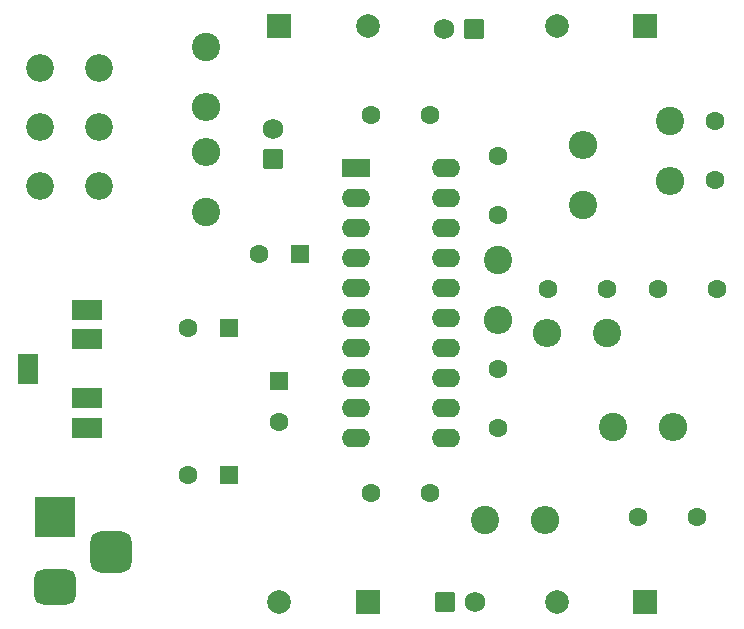
<source format=gbr>
%TF.GenerationSoftware,KiCad,Pcbnew,(6.0.2-0)*%
%TF.CreationDate,2022-02-22T22:16:15+08:00*%
%TF.ProjectId,TPA3125D2,54504133-3132-4354-9432-2e6b69636164,rev?*%
%TF.SameCoordinates,Original*%
%TF.FileFunction,Copper,L1,Top*%
%TF.FilePolarity,Positive*%
%FSLAX46Y46*%
G04 Gerber Fmt 4.6, Leading zero omitted, Abs format (unit mm)*
G04 Created by KiCad (PCBNEW (6.0.2-0)) date 2022-02-22 22:16:15*
%MOMM*%
%LPD*%
G01*
G04 APERTURE LIST*
G04 Aperture macros list*
%AMRoundRect*
0 Rectangle with rounded corners*
0 $1 Rounding radius*
0 $2 $3 $4 $5 $6 $7 $8 $9 X,Y pos of 4 corners*
0 Add a 4 corners polygon primitive as box body*
4,1,4,$2,$3,$4,$5,$6,$7,$8,$9,$2,$3,0*
0 Add four circle primitives for the rounded corners*
1,1,$1+$1,$2,$3*
1,1,$1+$1,$4,$5*
1,1,$1+$1,$6,$7*
1,1,$1+$1,$8,$9*
0 Add four rect primitives between the rounded corners*
20,1,$1+$1,$2,$3,$4,$5,0*
20,1,$1+$1,$4,$5,$6,$7,0*
20,1,$1+$1,$6,$7,$8,$9,0*
20,1,$1+$1,$8,$9,$2,$3,0*%
G04 Aperture macros list end*
%TA.AperFunction,ComponentPad*%
%ADD10R,1.600000X1.600000*%
%TD*%
%TA.AperFunction,ComponentPad*%
%ADD11C,1.600000*%
%TD*%
%TA.AperFunction,ComponentPad*%
%ADD12RoundRect,0.250000X0.620000X-0.620000X0.620000X0.620000X-0.620000X0.620000X-0.620000X-0.620000X0*%
%TD*%
%TA.AperFunction,ComponentPad*%
%ADD13C,1.740000*%
%TD*%
%TA.AperFunction,ComponentPad*%
%ADD14R,3.500000X3.500000*%
%TD*%
%TA.AperFunction,ComponentPad*%
%ADD15RoundRect,0.750000X1.000000X-0.750000X1.000000X0.750000X-1.000000X0.750000X-1.000000X-0.750000X0*%
%TD*%
%TA.AperFunction,ComponentPad*%
%ADD16RoundRect,0.875000X0.875000X-0.875000X0.875000X0.875000X-0.875000X0.875000X-0.875000X-0.875000X0*%
%TD*%
%TA.AperFunction,ComponentPad*%
%ADD17RoundRect,0.250000X0.620000X0.620000X-0.620000X0.620000X-0.620000X-0.620000X0.620000X-0.620000X0*%
%TD*%
%TA.AperFunction,ComponentPad*%
%ADD18RoundRect,0.250000X-0.620000X-0.620000X0.620000X-0.620000X0.620000X0.620000X-0.620000X0.620000X0*%
%TD*%
%TA.AperFunction,ComponentPad*%
%ADD19C,2.400000*%
%TD*%
%TA.AperFunction,ComponentPad*%
%ADD20O,2.400000X2.400000*%
%TD*%
%TA.AperFunction,ComponentPad*%
%ADD21C,2.340000*%
%TD*%
%TA.AperFunction,ComponentPad*%
%ADD22R,2.400000X1.600000*%
%TD*%
%TA.AperFunction,ComponentPad*%
%ADD23O,2.400000X1.600000*%
%TD*%
%TA.AperFunction,ComponentPad*%
%ADD24R,2.500000X1.800000*%
%TD*%
%TA.AperFunction,ComponentPad*%
%ADD25R,1.800000X2.500000*%
%TD*%
%TA.AperFunction,ComponentPad*%
%ADD26R,2.000000X2.000000*%
%TD*%
%TA.AperFunction,ComponentPad*%
%ADD27C,2.000000*%
%TD*%
G04 APERTURE END LIST*
D10*
%TO.P,C3,1*%
%TO.N,Net-(C3-Pad1)*%
X128000000Y-80000000D03*
D11*
%TO.P,C3,2*%
%TO.N,Net-(C3-Pad2)*%
X124500000Y-80000000D03*
%TD*%
D10*
%TO.P,C7,1*%
%TO.N,Net-(C5-Pad1)*%
X132250000Y-84500000D03*
D11*
%TO.P,C7,2*%
%TO.N,GNDREF*%
X132250000Y-88000000D03*
%TD*%
D10*
%TO.P,C8,1*%
%TO.N,Net-(C6-Pad1)*%
X128000000Y-92500000D03*
D11*
%TO.P,C8,2*%
%TO.N,GNDREF*%
X124500000Y-92500000D03*
%TD*%
%TO.P,C14,1*%
%TO.N,GNDREF*%
X145000000Y-62000000D03*
%TO.P,C14,2*%
%TO.N,VCC*%
X140000000Y-62000000D03*
%TD*%
%TO.P,C15,1*%
%TO.N,GNDREF*%
X145000000Y-94000000D03*
%TO.P,C15,2*%
%TO.N,VCC*%
X140000000Y-94000000D03*
%TD*%
%TO.P,C22,1*%
%TO.N,VCC*%
X155000000Y-76750000D03*
%TO.P,C22,2*%
%TO.N,GNDREF*%
X160000000Y-76750000D03*
%TD*%
D12*
%TO.P,J3,1,Pin_1*%
%TO.N,/MUTE*%
X131750000Y-65750000D03*
D13*
%TO.P,J3,2,Pin_2*%
%TO.N,/\u002ASD*%
X131750000Y-63210000D03*
%TD*%
D14*
%TO.P,J2,1*%
%TO.N,VCC*%
X113292500Y-96000000D03*
D15*
%TO.P,J2,2*%
%TO.N,GNDREF*%
X113292500Y-102000000D03*
D16*
%TO.P,J2,3*%
%TO.N,unconnected-(J2-Pad3)*%
X117992500Y-99000000D03*
%TD*%
D17*
%TO.P,J4,1,Pin_1*%
%TO.N,Net-(C29-Pad2)*%
X148750000Y-54750000D03*
D13*
%TO.P,J4,2,Pin_2*%
%TO.N,GNDREF*%
X146210000Y-54750000D03*
%TD*%
D18*
%TO.P,J5,1,Pin_1*%
%TO.N,GNDREF*%
X146250000Y-103250000D03*
D13*
%TO.P,J5,2,Pin_2*%
%TO.N,Net-(C31-Pad2)*%
X148790000Y-103250000D03*
%TD*%
D19*
%TO.P,L1,1*%
%TO.N,Net-(C20-Pad1)*%
X157988000Y-69596000D03*
D20*
%TO.P,L1,2*%
%TO.N,Net-(C25-Pad1)*%
X157988000Y-64516000D03*
%TD*%
D19*
%TO.P,L2,1*%
%TO.N,Net-(C17-Pad1)*%
X160528000Y-88392000D03*
D20*
%TO.P,L2,2*%
%TO.N,Net-(C26-Pad2)*%
X165608000Y-88392000D03*
%TD*%
D21*
%TO.P,RV1,1,1*%
%TO.N,GNDREF*%
X112000000Y-58000000D03*
%TO.P,RV1,2,2*%
%TO.N,Net-(C1-Pad2)*%
X112000000Y-63000000D03*
%TO.P,RV1,3,3*%
%TO.N,Net-(J1-PadT)*%
X112000000Y-68000000D03*
%TO.P,RV1,4,4*%
%TO.N,GNDREF*%
X117000000Y-58000000D03*
%TO.P,RV1,5,5*%
%TO.N,Net-(C3-Pad2)*%
X117000000Y-63000000D03*
%TO.P,RV1,6,6*%
%TO.N,Net-(J1-PadR)*%
X117000000Y-68000000D03*
%TD*%
D22*
%TO.P,U1,1,Pin_1*%
%TO.N,VCC*%
X138750000Y-66500000D03*
D23*
%TO.P,U1,2,Pin_2*%
%TO.N,/\u002ASD*%
X138750000Y-69040000D03*
%TO.P,U1,3,Pin_3*%
%TO.N,/MUTE*%
X138750000Y-71580000D03*
%TO.P,U1,4,Pin_4*%
%TO.N,Net-(C1-Pad1)*%
X138750000Y-74120000D03*
%TO.P,U1,5,Pin_5*%
%TO.N,Net-(C3-Pad1)*%
X138750000Y-76660000D03*
%TO.P,U1,6,Pin_6*%
%TO.N,Net-(C5-Pad1)*%
X138750000Y-79200000D03*
%TO.P,U1,7,Pin_7*%
%TO.N,GNDREF*%
X138750000Y-81740000D03*
%TO.P,U1,8,Pin_8*%
X138750000Y-84280000D03*
%TO.P,U1,9,Pin_9*%
%TO.N,Net-(C6-Pad1)*%
X138750000Y-86820000D03*
%TO.P,U1,10,Pin_10*%
%TO.N,VCC*%
X138750000Y-89360000D03*
%TO.P,U1,11,Pin_11*%
%TO.N,GNDREF*%
X146370000Y-89360000D03*
%TO.P,U1,12,Pin_12*%
%TO.N,Net-(C17-Pad1)*%
X146370000Y-86820000D03*
%TO.P,U1,13,Pin_13*%
%TO.N,Net-(C17-Pad2)*%
X146370000Y-84280000D03*
%TO.P,U1,14,Pin_14*%
%TO.N,/GAIN1*%
X146370000Y-81740000D03*
%TO.P,U1,15,Pin_15*%
%TO.N,/GAIN0*%
X146370000Y-79200000D03*
%TO.P,U1,16,Pin_16*%
%TO.N,VCC*%
X146370000Y-76660000D03*
%TO.P,U1,17,Pin_17*%
X146370000Y-74120000D03*
%TO.P,U1,18,Pin_18*%
%TO.N,Net-(C20-Pad2)*%
X146370000Y-71580000D03*
%TO.P,U1,19,Pin_19*%
%TO.N,Net-(C20-Pad1)*%
X146370000Y-69040000D03*
%TO.P,U1,20,Pin_20*%
%TO.N,GNDREF*%
X146370000Y-66500000D03*
%TD*%
D10*
%TO.P,C2,1*%
%TO.N,Net-(C1-Pad1)*%
X134000000Y-73750000D03*
D11*
%TO.P,C2,2*%
%TO.N,Net-(C1-Pad2)*%
X130500000Y-73750000D03*
%TD*%
%TO.P,C20,1*%
%TO.N,Net-(C20-Pad1)*%
X150750000Y-65500000D03*
%TO.P,C20,2*%
%TO.N,Net-(C20-Pad2)*%
X150750000Y-70500000D03*
%TD*%
D24*
%TO.P,J1,R*%
%TO.N,Net-(J1-PadR)*%
X116000000Y-88500000D03*
%TO.P,J1,RN*%
%TO.N,unconnected-(J1-PadRN)*%
X116000000Y-86000000D03*
D25*
%TO.P,J1,S*%
%TO.N,GNDREF*%
X111000000Y-83500000D03*
D24*
%TO.P,J1,T*%
%TO.N,Net-(J1-PadT)*%
X116000000Y-78500000D03*
%TO.P,J1,TN*%
%TO.N,unconnected-(J1-PadTN)*%
X116000000Y-81000000D03*
%TD*%
D26*
%TO.P,C9,1*%
%TO.N,VCC*%
X132250000Y-54500000D03*
D27*
%TO.P,C9,2*%
%TO.N,GNDREF*%
X139750000Y-54500000D03*
%TD*%
D26*
%TO.P,C10,1*%
%TO.N,VCC*%
X139750000Y-103250000D03*
D27*
%TO.P,C10,2*%
%TO.N,GNDREF*%
X132250000Y-103250000D03*
%TD*%
D11*
%TO.P,C27,1*%
%TO.N,Net-(C25-Pad1)*%
X169164000Y-62524000D03*
%TO.P,C27,2*%
%TO.N,GNDREF*%
X169164000Y-67524000D03*
%TD*%
%TO.P,C28,1*%
%TO.N,GNDREF*%
X162600000Y-96012000D03*
%TO.P,C28,2*%
%TO.N,Net-(C26-Pad2)*%
X167600000Y-96012000D03*
%TD*%
D26*
%TO.P,C29,1*%
%TO.N,Net-(C25-Pad1)*%
X163250000Y-54500000D03*
D27*
%TO.P,C29,2*%
%TO.N,Net-(C29-Pad2)*%
X155750000Y-54500000D03*
%TD*%
D26*
%TO.P,C32,1*%
%TO.N,Net-(C26-Pad2)*%
X163250000Y-103250000D03*
D27*
%TO.P,C32,2*%
%TO.N,Net-(C31-Pad2)*%
X155750000Y-103250000D03*
%TD*%
D19*
%TO.P,R11,1*%
%TO.N,Net-(C25-Pad1)*%
X165354000Y-62530000D03*
D20*
%TO.P,R11,2*%
%TO.N,GNDREF*%
X165354000Y-67610000D03*
%TD*%
D11*
%TO.P,C18,1*%
%TO.N,Net-(C17-Pad1)*%
X150750000Y-88500000D03*
%TO.P,C18,2*%
%TO.N,Net-(C17-Pad2)*%
X150750000Y-83500000D03*
%TD*%
D19*
%TO.P,R1,1*%
%TO.N,VCC*%
X126000000Y-56250000D03*
D20*
%TO.P,R1,2*%
%TO.N,/\u002ASD*%
X126000000Y-61330000D03*
%TD*%
D19*
%TO.P,R2,1*%
%TO.N,/MUTE*%
X126000000Y-70250000D03*
D20*
%TO.P,R2,2*%
%TO.N,GNDREF*%
X126000000Y-65170000D03*
%TD*%
D19*
%TO.P,R6,1*%
%TO.N,VCC*%
X150750000Y-74250000D03*
D20*
%TO.P,R6,2*%
%TO.N,/GAIN0*%
X150750000Y-79330000D03*
%TD*%
D19*
%TO.P,R10,1*%
%TO.N,VCC*%
X160000000Y-80500000D03*
D20*
%TO.P,R10,2*%
%TO.N,/GAIN1*%
X154920000Y-80500000D03*
%TD*%
D19*
%TO.P,R12,1*%
%TO.N,GNDREF*%
X149652000Y-96266000D03*
D20*
%TO.P,R12,2*%
%TO.N,Net-(C26-Pad2)*%
X154732000Y-96266000D03*
%TD*%
D11*
%TO.P,C24,1*%
%TO.N,VCC*%
X164338000Y-76708000D03*
%TO.P,C24,2*%
%TO.N,GNDREF*%
X169338000Y-76708000D03*
%TD*%
M02*

</source>
